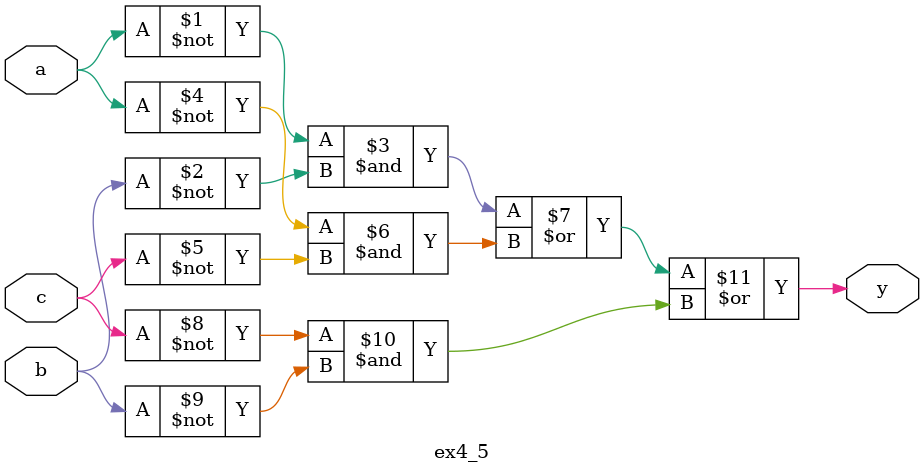
<source format=v>
module ex4_5 (
	input a, b, c,
	output y
	);
        assign y = ((a==1'b0 & b==1'b0) | (a==1'b0 & c==1'b0) | (c==1'b0 & b==1'b0));

endmodule        

</source>
